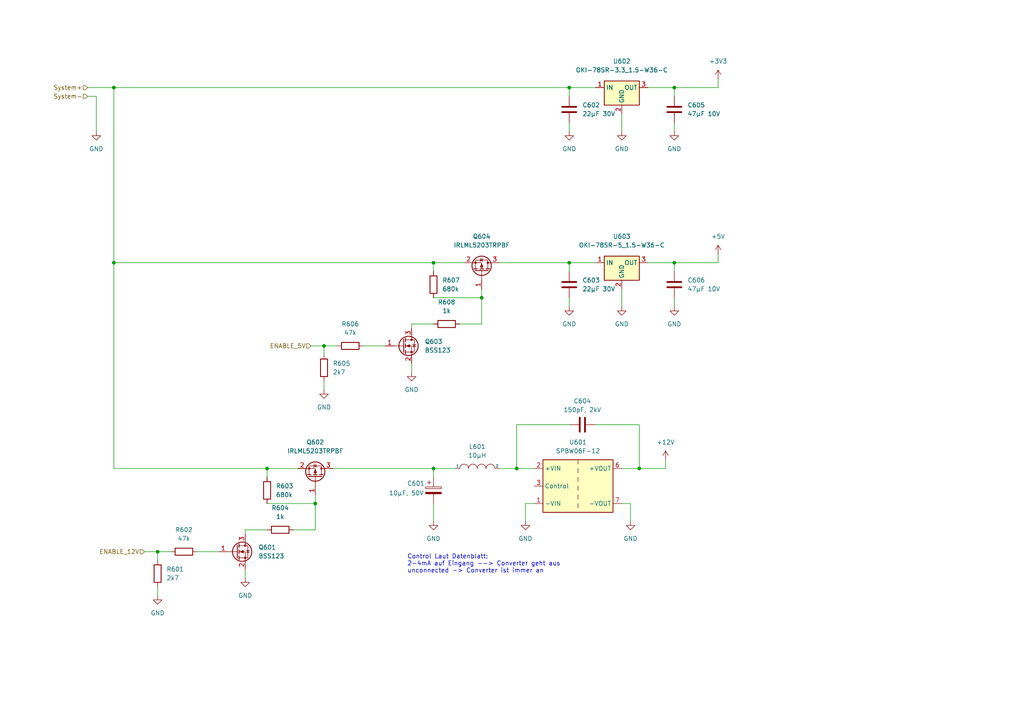
<source format=kicad_sch>
(kicad_sch (version 20250114) (generator "eeschema") (generator_version "9.0")
  (paper "A4")
  (title_block (date "2022-01-24"))
  (lib_symbols
    (symbol "Converter_DCDC:NCS1S1203SC"
      (property "Reference" "U" (at -8.89 8.89 0))
      (property "Value" "NCS1S1203SC" (at 8.89 8.89 0))
      (symbol "NCS1S1203SC_0_1"
        (rectangle (start -10.16 7.62) (end 10.16 -7.62) (stroke (width 0.254)) (fill (type background)))
        (polyline (pts (xy 0 7.62) (xy 0 6.35)))
        (polyline (pts (xy 0 5.08) (xy 0 3.81)))
        (polyline (pts (xy 0 2.54) (xy 0 1.27)))
        (polyline (pts (xy 0 0) (xy 0 -1.27)))
        (polyline (pts (xy 0 -2.54) (xy 0 -3.81)))
        (polyline (pts (xy 0 -5.08) (xy 0 -6.35)))
      )
      (symbol "NCS1S1203SC_1_1"
        (pin power_in line (at -12.7 5.08 0) (length 2.54) (name "+VIN") (number "2"))
        (pin input line (at -12.7 0 0) (length 2.54) (name "Control") (number "3"))
        (pin power_in line (at -12.7 -5.08 0) (length 2.54) (name "-VIN") (number "1"))
        (pin power_out line (at 12.7 5.08 180) (length 2.54) (name "+VOUT") (number "6"))
        (pin power_out line (at 12.7 -5.08 180) (length 2.54) (name "-VOUT") (number "7"))
      )
    )
    (symbol "Converter_DCDC:OKI-78SR-3.3_1.5-W36-C"
      (property "Reference" "U" (at -3.81 3.175 0))
      (property "Value" "OKI-78SR-3.3_1.5-W36-C" (at 0 3.175 0))
      (symbol "OKI-78SR-3.3_1.5-W36-C_0_1"
        (rectangle (start -5.08 1.905) (end 5.08 -5.08) (stroke (width 0.254)) (fill (type background)))
      )
      (symbol "OKI-78SR-3.3_1.5-W36-C_1_1"
        (pin power_in line (at -7.62 0 0) (length 2.54) (name "IN") (number "1"))
        (pin power_in line (at 0 -7.62 90) (length 2.54) (name "GND") (number "2"))
        (pin power_out line (at 7.62 0 180) (length 2.54) (name "OUT") (number "3"))
      )
    )
    (symbol "Device:C" (pin_numbers (hide yes)) (pin_names (offset 0.254))
      (property "Reference" "C" (at 0.635 2.54 0))
      (property "Value" "C" (at 0.635 -2.54 0))
      (symbol "C_0_1"
        (polyline (pts (xy -2.032 0.762) (xy 2.032 0.762)) (stroke (width 0.508)))
        (polyline (pts (xy -2.032 -0.762) (xy 2.032 -0.762)) (stroke (width 0.508)))
      )
      (symbol "C_1_1"
        (pin passive line (at 0 3.81 270) (length 2.794) (name "~") (number "1"))
        (pin passive line (at 0 -3.81 90) (length 2.794) (name "~") (number "2"))
      )
    )
    (symbol "Device:C_Polarized" (pin_numbers (hide yes)) (pin_names (offset 0.254))
      (property "Reference" "C" (at 0.635 2.54 0))
      (property "Value" "C_Polarized" (at 0.635 -2.54 0))
      (symbol "C_Polarized_0_1"
        (rectangle (start -2.286 0.508) (end 2.286 1.016))
        (polyline (pts (xy -1.778 2.286) (xy -0.762 2.286)))
        (polyline (pts (xy -1.27 2.794) (xy -1.27 1.778)))
        (rectangle (start 2.286 -0.508) (end -2.286 -1.016) (fill (type outline)))
      )
      (symbol "C_Polarized_1_1"
        (pin passive line (at 0 3.81 270) (length 2.794) (name "~") (number "1"))
        (pin passive line (at 0 -3.81 90) (length 2.794) (name "~") (number "2"))
      )
    )
    (symbol "Device:R" (pin_numbers (hide yes)) (pin_names (offset 0))
      (property "Reference" "R" (at 2.032 0 90))
      (property "Value" "R" (at 0 0 90))
      (symbol "R_0_1"
        (rectangle (start -1.016 -2.54) (end 1.016 2.54) (stroke (width 0.254)))
      )
      (symbol "R_1_1"
        (pin passive line (at 0 3.81 270) (length 1.27) (name "~") (number "1"))
        (pin passive line (at 0 -3.81 90) (length 1.27) (name "~") (number "2"))
      )
    )
    (symbol "Transistor_FET:BSS123" (pin_names (hide yes))
      (property "Reference" "Q" (at 5.08 1.905 0))
      (property "Value" "BSS123" (at 5.08 0 0))
      (symbol "BSS123_0_1"
        (polyline (pts (xy 0.254 1.905) (xy 0.254 -1.905)) (stroke (width 0.254)))
        (polyline (pts (xy 0.254 0) (xy -2.54 0)))
        (polyline (pts (xy 0.762 2.286) (xy 0.762 1.27)) (stroke (width 0.254)))
        (polyline (pts (xy 0.762 0.508) (xy 0.762 -0.508)) (stroke (width 0.254)))
        (polyline (pts (xy 0.762 -1.27) (xy 0.762 -2.286)) (stroke (width 0.254)))
        (polyline (pts (xy 0.762 -1.778) (xy 3.302 -1.778) (xy 3.302 1.778) (xy 0.762 1.778)))
        (polyline (pts (xy 1.016 0) (xy 2.032 0.381) (xy 2.032 -0.381) (xy 1.016 0)) (fill (type outline)))
        (circle (center 1.651 0) (radius 2.794) (stroke (width 0.254)))
        (polyline (pts (xy 2.54 2.54) (xy 2.54 1.778)))
        (circle (center 2.54 1.778) (radius 0.254) (fill (type outline)))
        (circle (center 2.54 -1.778) (radius 0.254) (fill (type outline)))
        (polyline (pts (xy 2.54 -2.54) (xy 2.54 0) (xy 0.762 0)))
        (polyline (pts (xy 2.794 0.508) (xy 2.921 0.381) (xy 3.683 0.381) (xy 3.81 0.254)))
        (polyline (pts (xy 3.302 0.381) (xy 2.921 -0.254) (xy 3.683 -0.254) (xy 3.302 0.381)))
      )
      (symbol "BSS123_1_1"
        (pin input line (at -5.08 0 0) (length 2.54) (name "G") (number "1"))
        (pin passive line (at 2.54 5.08 270) (length 2.54) (name "D") (number "3"))
        (pin passive line (at 2.54 -5.08 90) (length 2.54) (name "S") (number "2"))
      )
    )
    (symbol "Transistor_FET:IRLML6401" (pin_names (hide yes))
      (property "Reference" "Q" (at 5.08 1.905 0))
      (property "Value" "IRLML6401" (at 5.08 0 0))
      (symbol "IRLML6401_0_1"
        (polyline (pts (xy 0.254 1.905) (xy 0.254 -1.905)) (stroke (width 0.254)))
        (polyline (pts (xy 0.254 0) (xy -2.54 0)))
        (polyline (pts (xy 0.762 2.286) (xy 0.762 1.27)) (stroke (width 0.254)))
        (polyline (pts (xy 0.762 1.778) (xy 3.302 1.778) (xy 3.302 -1.778) (xy 0.762 -1.778)))
        (polyline (pts (xy 0.762 0.508) (xy 0.762 -0.508)) (stroke (width 0.254)))
        (polyline (pts (xy 0.762 -1.27) (xy 0.762 -2.286)) (stroke (width 0.254)))
        (circle (center 1.651 0) (radius 2.794) (stroke (width 0.254)))
        (polyline (pts (xy 2.286 0) (xy 1.27 0.381) (xy 1.27 -0.381) (xy 2.286 0)) (fill (type outline)))
        (polyline (pts (xy 2.54 2.54) (xy 2.54 1.778)))
        (circle (center 2.54 1.778) (radius 0.254) (fill (type outline)))
        (circle (center 2.54 -1.778) (radius 0.254) (fill (type outline)))
        (polyline (pts (xy 2.54 -2.54) (xy 2.54 0) (xy 0.762 0)))
        (polyline (pts (xy 2.794 -0.508) (xy 2.921 -0.381) (xy 3.683 -0.381) (xy 3.81 -0.254)))
        (polyline (pts (xy 3.302 -0.381) (xy 2.921 0.254) (xy 3.683 0.254) (xy 3.302 -0.381)))
      )
      (symbol "IRLML6401_1_1"
        (pin input line (at -5.08 0 0) (length 2.54) (name "G") (number "1"))
        (pin passive line (at 2.54 5.08 270) (length 2.54) (name "D") (number "3"))
        (pin passive line (at 2.54 -5.08 90) (length 2.54) (name "S") (number "2"))
      )
    )
    (symbol "power:+12V" (power) (pin_names (offset 0))
      (property "Value" "+12V" (at 0 3.556 0))
      (symbol "+12V_0_1"
        (polyline (pts (xy -0.762 1.27) (xy 0 2.54)))
        (polyline (pts (xy 0 2.54) (xy 0.762 1.27)))
        (polyline (pts (xy 0 0) (xy 0 2.54)))
      )
      (symbol "+12V_1_1"
        (pin power_in line (at 0 0 90) (length 0) (hide yes) (name "+12V") (number "1"))
      )
    )
    (symbol "power:+3V3" (power) (pin_names (offset 0))
      (property "Value" "+3V3" (at 0 3.556 0))
      (symbol "+3V3_0_1"
        (polyline (pts (xy -0.762 1.27) (xy 0 2.54)))
        (polyline (pts (xy 0 2.54) (xy 0.762 1.27)))
        (polyline (pts (xy 0 0) (xy 0 2.54)))
      )
      (symbol "+3V3_1_1"
        (pin power_in line (at 0 0 90) (length 0) (hide yes) (name "+3V3") (number "1"))
      )
    )
    (symbol "power:+5V" (power) (pin_names (offset 0))
      (property "Value" "+5V" (at 0 3.556 0))
      (symbol "+5V_0_1"
        (polyline (pts (xy -0.762 1.27) (xy 0 2.54)))
        (polyline (pts (xy 0 2.54) (xy 0.762 1.27)))
        (polyline (pts (xy 0 0) (xy 0 2.54)))
      )
      (symbol "+5V_1_1"
        (pin power_in line (at 0 0 90) (length 0) (hide yes) (name "+5V") (number "1"))
      )
    )
    (symbol "power:GND" (power) (pin_names (offset 0))
      (property "Value" "GND" (at 0 -3.81 0))
      (symbol "GND_0_1"
        (polyline (pts (xy 0 0) (xy 0 -1.27) (xy 1.27 -1.27) (xy 0 -2.54) (xy -1.27 -1.27) (xy 0 -1.27)))
      )
      (symbol "GND_1_1"
        (pin power_in line (at 0 0 270) (length 0) (hide yes) (name "GND") (number "1"))
      )
    )
    (symbol "pspice:INDUCTOR" (pin_numbers (hide yes)) (pin_names (offset 0))
      (property "Reference" "L" (at 0 2.54 0))
      (property "Value" "INDUCTOR" (at 0 -1.27 0))
      (symbol "INDUCTOR_0_1"
        (arc (start -5.08 0) (mid -3.81 1.2645) (end -2.54 0))
        (arc (start -2.54 0) (mid -1.27 1.2645) (end 0 0))
        (arc (start 0 0) (mid 1.27 1.2645) (end 2.54 0))
        (arc (start 2.54 0) (mid 3.81 1.2645) (end 5.08 0))
      )
      (symbol "INDUCTOR_1_1"
        (pin input line (at -6.35 0 0) (length 1.27) (name "1") (number "1"))
        (pin input line (at 6.35 0 180) (length 1.27) (name "2") (number "2"))
      )
    )
  )
  (text "Control Laut Datenblatt:\n2-4mA auf Eingang --> Converter geht aus\nunconnected -> Converter ist immer an\n" (at 118.11 166.37 0) (effects (font (size 1.27 1.27)) (justify left bottom)))
  (junction (at 91.44 146.05))
  (junction (at 195.58 25.4))
  (junction (at 33.02 76.2))
  (junction (at 185.42 135.89))
  (junction (at 77.47 135.89))
  (junction (at 93.98 100.33))
  (junction (at 125.73 135.89))
  (junction (at 195.58 76.2))
  (junction (at 165.1 25.4))
  (junction (at 139.7 86.36))
  (junction (at 45.72 160.02))
  (junction (at 125.73 76.2))
  (junction (at 33.02 25.4))
  (junction (at 149.86 135.89))
  (junction (at 165.1 76.2))
  (wire (pts (xy 125.73 76.2) (xy 125.73 78.74)))
  (wire (pts (xy 71.12 165.1) (xy 71.12 167.64)))
  (wire (pts (xy 144.78 135.89) (xy 149.86 135.89)))
  (wire (pts (xy 91.44 143.51) (xy 91.44 146.05)))
  (wire (pts (xy 33.02 76.2) (xy 33.02 135.89)))
  (wire (pts (xy 77.47 135.89) (xy 86.36 135.89)))
  (wire (pts (xy 165.1 123.19) (xy 149.86 123.19)))
  (wire (pts (xy 195.58 35.56) (xy 195.58 38.1)))
  (wire (pts (xy 165.1 86.36) (xy 165.1 88.9)))
  (wire (pts (xy 105.41 100.33) (xy 111.76 100.33)))
  (wire (pts (xy 33.02 25.4) (xy 25.4 25.4)))
  (wire (pts (xy 91.44 146.05) (xy 91.44 153.67)))
  (wire (pts (xy 180.34 33.02) (xy 180.34 38.1)))
  (wire (pts (xy 119.38 93.98) (xy 119.38 95.25)))
  (wire (pts (xy 125.73 146.05) (xy 125.73 151.13)))
  (wire (pts (xy 77.47 135.89) (xy 77.47 138.43)))
  (wire (pts (xy 193.04 133.35) (xy 193.04 135.89)))
  (wire (pts (xy 165.1 35.56) (xy 165.1 38.1)))
  (wire (pts (xy 125.73 93.98) (xy 119.38 93.98)))
  (wire (pts (xy 195.58 86.36) (xy 195.58 88.9)))
  (wire (pts (xy 139.7 93.98) (xy 133.35 93.98)))
  (wire (pts (xy 165.1 25.4) (xy 165.1 27.94)))
  (wire (pts (xy 45.72 160.02) (xy 41.91 160.02)))
  (wire (pts (xy 125.73 76.2) (xy 134.62 76.2)))
  (wire (pts (xy 71.12 153.67) (xy 71.12 154.94)))
  (wire (pts (xy 144.78 76.2) (xy 165.1 76.2)))
  (wire (pts (xy 96.52 135.89) (xy 125.73 135.89)))
  (wire (pts (xy 187.96 76.2) (xy 195.58 76.2)))
  (wire (pts (xy 93.98 110.49) (xy 93.98 113.03)))
  (wire (pts (xy 45.72 160.02) (xy 45.72 162.56)))
  (wire (pts (xy 139.7 86.36) (xy 139.7 93.98)))
  (wire (pts (xy 77.47 153.67) (xy 71.12 153.67)))
  (wire (pts (xy 93.98 100.33) (xy 90.17 100.33)))
  (wire (pts (xy 195.58 25.4) (xy 208.28 25.4)))
  (wire (pts (xy 182.88 151.13) (xy 182.88 146.05)))
  (wire (pts (xy 172.72 123.19) (xy 185.42 123.19)))
  (wire (pts (xy 139.7 83.82) (xy 139.7 86.36)))
  (wire (pts (xy 208.28 73.66) (xy 208.28 76.2)))
  (wire (pts (xy 187.96 25.4) (xy 195.58 25.4)))
  (wire (pts (xy 165.1 76.2) (xy 165.1 78.74)))
  (wire (pts (xy 182.88 146.05) (xy 180.34 146.05)))
  (wire (pts (xy 93.98 100.33) (xy 93.98 102.87)))
  (wire (pts (xy 154.94 146.05) (xy 152.4 146.05)))
  (wire (pts (xy 149.86 123.19) (xy 149.86 135.89)))
  (wire (pts (xy 125.73 86.36) (xy 139.7 86.36)))
  (wire (pts (xy 172.72 76.2) (xy 165.1 76.2)))
  (wire (pts (xy 195.58 76.2) (xy 208.28 76.2)))
  (wire (pts (xy 119.38 105.41) (xy 119.38 107.95)))
  (wire (pts (xy 49.53 160.02) (xy 45.72 160.02)))
  (wire (pts (xy 33.02 76.2) (xy 125.73 76.2)))
  (wire (pts (xy 185.42 123.19) (xy 185.42 135.89)))
  (wire (pts (xy 33.02 135.89) (xy 77.47 135.89)))
  (wire (pts (xy 180.34 135.89) (xy 185.42 135.89)))
  (wire (pts (xy 125.73 135.89) (xy 132.08 135.89)))
  (wire (pts (xy 208.28 22.86) (xy 208.28 25.4)))
  (wire (pts (xy 33.02 25.4) (xy 33.02 76.2)))
  (wire (pts (xy 195.58 25.4) (xy 195.58 27.94)))
  (wire (pts (xy 77.47 146.05) (xy 91.44 146.05)))
  (wire (pts (xy 27.94 27.94) (xy 27.94 38.1)))
  (wire (pts (xy 45.72 170.18) (xy 45.72 172.72)))
  (wire (pts (xy 33.02 25.4) (xy 165.1 25.4)))
  (wire (pts (xy 149.86 135.89) (xy 154.94 135.89)))
  (wire (pts (xy 185.42 135.89) (xy 193.04 135.89)))
  (wire (pts (xy 91.44 153.67) (xy 85.09 153.67)))
  (wire (pts (xy 180.34 83.82) (xy 180.34 88.9)))
  (wire (pts (xy 125.73 135.89) (xy 125.73 138.43)))
  (wire (pts (xy 97.79 100.33) (xy 93.98 100.33)))
  (wire (pts (xy 25.4 27.94) (xy 27.94 27.94)))
  (wire (pts (xy 195.58 76.2) (xy 195.58 78.74)))
  (wire (pts (xy 57.15 160.02) (xy 63.5 160.02)))
  (wire (pts (xy 152.4 146.05) (xy 152.4 151.13)))
  (wire (pts (xy 172.72 25.4) (xy 165.1 25.4)))
  (hierarchical_label "ENABLE_12V" (shape input) (at 41.91 160.02 180))
  (hierarchical_label "System+" (shape input) (at 25.4 25.4 180))
  (hierarchical_label "ENABLE_5V" (shape input) (at 90.17 100.33 180))
  (hierarchical_label "System-" (shape input) (at 25.4 27.94 180))
  (symbol (lib_id "Transistor_FET:IRLML6401") (at 139.7 78.74 270) (mirror x) (unit 1)
    (property "Reference" "Q604" (at 139.7 68.58 90))
    (property "Value" "IRLML5203TRPBF" (at 139.7 71.12 90))
    (property "Footprint" "Package_TO_SOT_SMD:SOT-23" (effects (hide yes)))
    (property "Datasheet" "https://www.infineon.com/dgdl/irlml6401pbf.pdf?fileId=5546d462533600a401535668b96d2634" (effects (hide yes)))
  )
  (symbol (lib_id "Device:R") (at 93.98 106.68 180) (unit 1)
    (property "Reference" "R605" (at 96.52 105.4099 0) (effects (justify right)))
    (property "Value" "2k7" (at 96.52 107.9499 0) (effects (justify right)))
    (property "Footprint" "Resistor_SMD:R_0603_1608Metric" (effects (hide yes)))
  )
  (symbol (lib_id "Device:C_Polarized") (at 125.73 142.24 0) (unit 1)
    (property "Reference" "C601" (at 123.19 140.208 0) (effects (justify right)))
    (property "Value" "10µF, 50V" (at 122.936 143.002 0) (effects (justify right)))
    (property "Footprint" "Capacitor_THT:CP_Radial_D5.0mm_P2.00mm" (effects (hide yes)))
    (property "Datasheet" "https://www.mouser.de/datasheet/2/445/860020672010-1725615.pdf" (effects (hide yes)))
    (property "Bauteilname" "860020672010" (effects (hide yes)))
  )
  (symbol (lib_id "Device:R") (at 81.28 153.67 90) (unit 1)
    (property "Reference" "R604" (at 81.28 147.32 90))
    (property "Value" "1k" (at 81.28 149.86 90))
    (property "Footprint" "Resistor_SMD:R_0603_1608Metric" (effects (hide yes)))
  )
  (symbol (lib_id "power:GND") (at 182.88 151.13 0) (unit 1)
    (property "Reference" "#PWR0612" (effects (hide yes)))
    (property "Value" "GND" (at 182.88 156.21 0))
  )
  (symbol (lib_id "power:GND") (at 195.58 88.9 0) (unit 1)
    (property "Reference" "#PWR0615" (effects (hide yes)))
    (property "Value" "GND" (at 195.58 93.98 0))
  )
  (symbol (lib_id "power:GND") (at 195.58 38.1 0) (unit 1)
    (property "Reference" "#PWR0614" (effects (hide yes)))
    (property "Value" "GND" (at 195.58 43.18 0))
  )
  (symbol (lib_id "power:GND") (at 165.1 38.1 0) (unit 1)
    (property "Reference" "#PWR0608" (effects (hide yes)))
    (property "Value" "GND" (at 165.1 43.18 0))
  )
  (symbol (lib_id "power:GND") (at 27.94 38.1 0) (unit 1)
    (property "Reference" "#PWR0601" (effects (hide yes)))
    (property "Value" "GND" (at 27.94 43.18 0))
  )
  (symbol (lib_id "Device:R") (at 129.54 93.98 90) (unit 1)
    (property "Reference" "R608" (at 129.54 87.63 90))
    (property "Value" "1k" (at 129.54 90.17 90))
    (property "Footprint" "Resistor_SMD:R_0603_1608Metric" (effects (hide yes)))
  )
  (symbol (lib_id "power:GND") (at 165.1 88.9 0) (unit 1)
    (property "Reference" "#PWR0609" (effects (hide yes)))
    (property "Value" "GND" (at 165.1 93.98 0))
  )
  (symbol (lib_id "Transistor_FET:BSS123") (at 68.58 160.02 0) (unit 1)
    (property "Reference" "Q601" (at 74.93 158.7499 0) (effects (justify left)))
    (property "Value" "BSS123" (at 74.93 161.2899 0) (effects (justify left)))
    (property "Footprint" "Package_TO_SOT_SMD:SOT-23" (effects (hide yes)))
    (property "Datasheet" "http://www.diodes.com/assets/Datasheets/ds30366.pdf" (effects (hide yes)))
  )
  (symbol (lib_id "Transistor_FET:BSS123") (at 116.84 100.33 0) (unit 1)
    (property "Reference" "Q603" (at 123.19 99.0599 0) (effects (justify left)))
    (property "Value" "BSS123" (at 123.19 101.5999 0) (effects (justify left)))
    (property "Footprint" "Package_TO_SOT_SMD:SOT-23" (effects (hide yes)))
    (property "Datasheet" "http://www.diodes.com/assets/Datasheets/ds30366.pdf" (effects (hide yes)))
  )
  (symbol (lib_id "Device:C") (at 195.58 31.75 0) (unit 1)
    (property "Reference" "C605" (at 199.39 30.4799 0) (effects (justify left)))
    (property "Value" "47µF 10V" (at 199.39 33.0199 0) (effects (justify left)))
    (property "Footprint" "Capacitor_SMD:C_0805_2012Metric" (effects (hide yes)))
  )
  (symbol (lib_id "Device:R") (at 53.34 160.02 90) (unit 1)
    (property "Reference" "R602" (at 53.34 153.67 90))
    (property "Value" "47k" (at 53.34 156.21 90))
    (property "Footprint" "Resistor_SMD:R_0603_1608Metric" (effects (hide yes)))
  )
  (symbol (lib_id "power:GND") (at 119.38 107.95 0) (unit 1)
    (property "Reference" "#PWR0605" (effects (hide yes)))
    (property "Value" "GND" (at 119.38 113.03 0))
  )
  (symbol (lib_id "Converter_DCDC:NCS1S1203SC") (at 167.64 140.97 0) (unit 1)
    (property "Reference" "U601" (at 167.64 128.27 0))
    (property "Value" "SPBW06F-12" (at 167.64 130.81 0))
    (property "Footprint" "Converter_DCDC:Converter_DCDC_XP_POWER-ITxxxxxS_THT" (effects (hide yes)))
    (property "Datasheet" "https://power.murata.com/data/power/ncl/kdc_ncs1.pdf" (effects (hide yes)))
  )
  (symbol (lib_id "power:GND") (at 180.34 38.1 0) (unit 1)
    (property "Reference" "#PWR0610" (effects (hide yes)))
    (property "Value" "GND" (at 180.34 43.18 0))
  )
  (symbol (lib_id "Device:R") (at 45.72 166.37 180) (unit 1)
    (property "Reference" "R601" (at 48.26 165.0999 0) (effects (justify right)))
    (property "Value" "2k7" (at 48.26 167.6399 0) (effects (justify right)))
    (property "Footprint" "Resistor_SMD:R_0603_1608Metric" (effects (hide yes)))
  )
  (symbol (lib_id "power:GND") (at 45.72 172.72 0) (unit 1)
    (property "Reference" "#PWR0602" (effects (hide yes)))
    (property "Value" "GND" (at 45.72 177.8 0))
  )
  (symbol (lib_id "power:GND") (at 152.4 151.13 0) (unit 1)
    (property "Reference" "#PWR0607" (effects (hide yes)))
    (property "Value" "GND" (at 152.4 156.21 0))
  )
  (symbol (lib_id "power:GND") (at 71.12 167.64 0) (unit 1)
    (property "Reference" "#PWR0603" (effects (hide yes)))
    (property "Value" "GND" (at 71.12 172.72 0))
  )
  (symbol (lib_id "Device:R") (at 101.6 100.33 90) (unit 1)
    (property "Reference" "R606" (at 101.6 93.98 90))
    (property "Value" "47k" (at 101.6 96.52 90))
    (property "Footprint" "Resistor_SMD:R_0603_1608Metric" (effects (hide yes)))
  )
  (symbol (lib_id "power:GND") (at 93.98 113.03 0) (unit 1)
    (property "Reference" "#PWR0604" (effects (hide yes)))
    (property "Value" "GND" (at 93.98 118.11 0))
  )
  (symbol (lib_id "Device:R") (at 125.73 82.55 180) (unit 1)
    (property "Reference" "R607" (at 128.27 81.2799 0) (effects (justify right)))
    (property "Value" "680k" (at 128.27 83.8199 0) (effects (justify right)))
    (property "Footprint" "Resistor_SMD:R_0603_1608Metric" (effects (hide yes)))
  )
  (symbol (lib_id "power:GND") (at 180.34 88.9 0) (unit 1)
    (property "Reference" "#PWR0611" (effects (hide yes)))
    (property "Value" "GND" (at 180.34 93.98 0))
  )
  (symbol (lib_id "Converter_DCDC:OKI-78SR-3.3_1.5-W36-C") (at 180.34 76.2 0) (unit 1)
    (property "Reference" "U603" (at 180.34 68.58 0))
    (property "Value" "OKI-78SR-5_1.5-W36-C" (at 180.34 71.12 0))
    (property "Footprint" "HER_Footprints:DC_DC_Converter" (effects (hide yes)))
    (property "Datasheet" "https://power.murata.com/data/power/oki-78sr.pdf" (effects (hide yes)))
  )
  (symbol (lib_id "Converter_DCDC:OKI-78SR-3.3_1.5-W36-C") (at 180.34 25.4 0) (unit 1)
    (property "Reference" "U602" (at 180.34 17.78 0))
    (property "Value" "OKI-78SR-3.3_1.5-W36-C" (at 180.34 20.32 0))
    (property "Footprint" "HER_Footprints:DC_DC_Converter" (effects (hide yes)))
    (property "Datasheet" "https://power.murata.com/data/power/oki-78sr.pdf" (effects (hide yes)))
  )
  (symbol (lib_id "Device:C") (at 195.58 82.55 0) (unit 1)
    (property "Reference" "C606" (at 199.39 81.2799 0) (effects (justify left)))
    (property "Value" "47µF 10V" (at 199.39 83.8199 0) (effects (justify left)))
    (property "Footprint" "Capacitor_SMD:C_0805_2012Metric" (effects (hide yes)))
  )
  (symbol (lib_id "Device:C") (at 165.1 82.55 0) (unit 1)
    (property "Reference" "C603" (at 168.91 81.2799 0) (effects (justify left)))
    (property "Value" "22µF 30V" (at 168.91 83.8199 0) (effects (justify left)))
    (property "Footprint" "Capacitor_SMD:C_0805_2012Metric" (effects (hide yes)))
  )
  (symbol (lib_id "Device:R") (at 77.47 142.24 180) (unit 1)
    (property "Reference" "R603" (at 80.01 140.9699 0) (effects (justify right)))
    (property "Value" "680k" (at 80.01 143.5099 0) (effects (justify right)))
    (property "Footprint" "Resistor_SMD:R_0603_1608Metric" (effects (hide yes)))
  )
  (symbol (lib_id "power:+5V") (at 208.28 73.66 0) (unit 1)
    (property "Reference" "#PWR0617" (effects (hide yes)))
    (property "Value" "+5V" (at 208.28 68.58 0))
  )
  (symbol (lib_id "Device:C") (at 165.1 31.75 0) (unit 1)
    (property "Reference" "C602" (at 168.91 30.4799 0) (effects (justify left)))
    (property "Value" "22µF 30V" (at 168.91 33.0199 0) (effects (justify left)))
    (property "Footprint" "Capacitor_SMD:C_0805_2012Metric" (effects (hide yes)))
  )
  (symbol (lib_id "Transistor_FET:IRLML6401") (at 91.44 138.43 270) (mirror x) (unit 1)
    (property "Reference" "Q602" (at 91.44 128.27 90))
    (property "Value" "IRLML5203TRPBF" (at 91.44 130.81 90))
    (property "Footprint" "Package_TO_SOT_SMD:SOT-23" (effects (hide yes)))
    (property "Datasheet" "https://www.infineon.com/dgdl/irlml6401pbf.pdf?fileId=5546d462533600a401535668b96d2634" (effects (hide yes)))
  )
  (symbol (lib_id "Device:C") (at 168.91 123.19 90) (unit 1)
    (property "Reference" "C604" (at 168.91 116.332 90))
    (property "Value" "150pF, 2kV" (at 168.91 118.872 90))
    (property "Footprint" "Capacitor_SMD:C_1206_3216Metric" (effects (hide yes)))
    (property "Datasheet" "https://www.mouser.de/datasheet/2/447/UPY_NP0X5R_01005_4V_to_25V_V10-3003057.pdf" (effects (hide yes)))
    (property "Bauteilname" "CC1206JKNPODBN151" (effects (hide yes)))
  )
  (symbol (lib_id "pspice:INDUCTOR") (at 138.43 135.89 0) (unit 1)
    (property "Reference" "L601" (at 138.43 129.54 0))
    (property "Value" "10µH" (at 138.43 132.08 0))
    (property "Footprint" "HER_Footprints:CC453232A" (effects (hide yes)))
    (property "Datasheet" "https://www.mouser.de/datasheet/2/54/cc453232a-1890513.pdf" (effects (hide yes)))
    (property "Bauteilname" "CC453232A-100KL" (effects (hide yes)))
  )
  (symbol (lib_id "power:+12V") (at 193.04 133.35 0) (unit 1)
    (property "Reference" "#PWR0613" (effects (hide yes)))
    (property "Value" "+12V" (at 193.04 128.27 0))
  )
  (symbol (lib_id "power:+3V3") (at 208.28 22.86 0) (unit 1)
    (property "Reference" "#PWR0616" (effects (hide yes)))
    (property "Value" "+3V3" (at 208.28 17.78 0))
  )
  (symbol (lib_id "power:GND") (at 125.73 151.13 0) (unit 1)
    (property "Reference" "#PWR0606" (effects (hide yes)))
    (property "Value" "GND" (at 125.73 156.21 0))
  )
)
</source>
